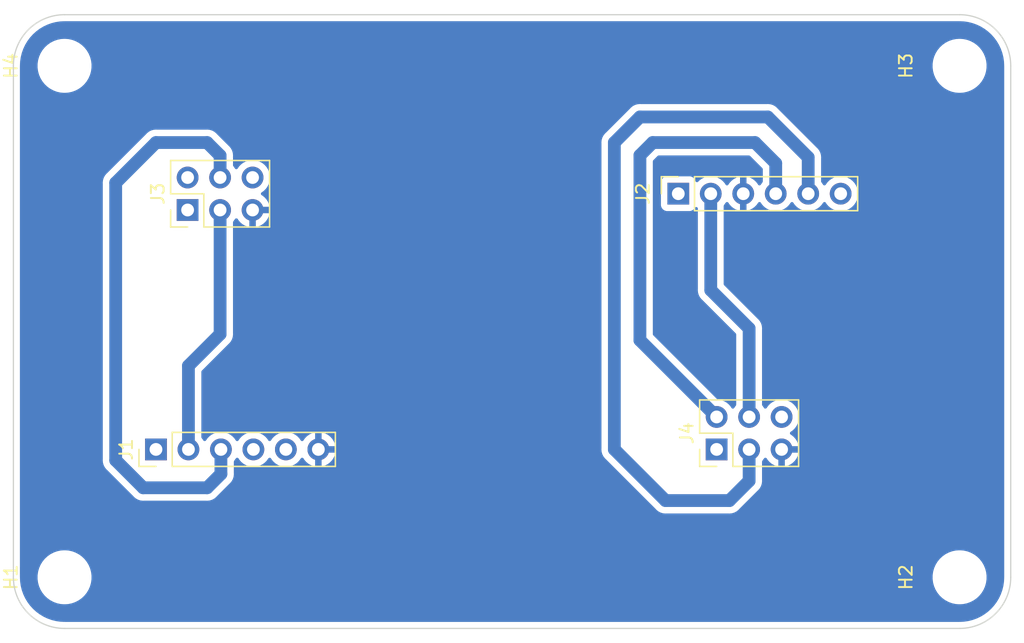
<source format=kicad_pcb>
(kicad_pcb (version 20211014) (generator pcbnew)
  (title_block (title "Tag-Connect Breakout PCB") (date "2022-02-13") (company "erry Leumas"))
  (layers (0 "F.Cu" signal) (31 "B.Cu" signal) (34 "B.Paste" user) (35 "F.Paste" user) (36 "B.SilkS" user "B.Silkscreen") (37 "F.SilkS" user "F.Silkscreen") (38 "B.Mask" user) (39 "F.Mask" user) (44 "Edge.Cuts" user))
  (net 0 "")
  (net 2 "/RXI")
  (net 3 "/TXI")
  (net 6 "GND")
  (net 8 "/CLK")
  (net 9 "/DIO")
  (net 10 "/NRST")
  (footprint "MountingHole:MountingHole_3.2mm_M3" (layer "F.Cu") (at 105 70 90)
    (fp_text reference "H4" (at 0 -4.2 90) (layer "F.SilkS"))
    (fp_text value "MountingHole")
    (pad "" np_thru_hole circle (at 0 0 90) (size 3.2 3.2) (drill 3.2) (layers *.Cu *.Mask))
  )
  (footprint "MountingHole:MountingHole_3.2mm_M3" (layer "F.Cu") (at 175 70 90)
    (fp_text reference "H3" (at 0 -4.2 90) (layer "F.SilkS"))
    (fp_text value "MountingHole")
    (pad "" np_thru_hole circle (at 0 0 90) (size 3.2 3.2) (drill 3.2) (layers *.Cu *.Mask))
  )
  (footprint "Connector_PinHeader_2.54mm:PinHeader_2x03_P2.54mm_Vertical" (layer "F.Cu") (at 114.625 81.275 90)
    (fp_text reference "J3" (at 1.27 -2.33 90) (layer "F.SilkS"))
    (fp_text value "TC2030-IDC-NL")
    (fp_line (start -1.33 6.41) (end 3.87 6.41) (layer "F.SilkS") (width 0.12))
    (fp_line (start -1.33 0) (end -1.33 -1.33) (layer "F.SilkS") (width 0.12))
    (fp_line (start 3.87 -1.33) (end 3.87 6.41) (layer "F.SilkS") (width 0.12))
    (fp_line (start -1.33 1.27) (end 1.27 1.27) (layer "F.SilkS") (width 0.12))
    (fp_line (start -1.33 -1.33) (end 0 -1.33) (layer "F.SilkS") (width 0.12))
    (fp_line (start -1.33 1.27) (end -1.33 6.41) (layer "F.SilkS") (width 0.12))
    (fp_line (start 1.27 -1.33) (end 3.87 -1.33) (layer "F.SilkS") (width 0.12))
    (fp_line (start 1.27 1.27) (end 1.27 -1.33) (layer "F.SilkS") (width 0.12))
    (pad "1" thru_hole rect (at 0 0 90) (size 1.7 1.7) (drill 1) (layers *.Cu *.Mask))
    (pad "2" thru_hole oval (at 2.54 0 90) (size 1.7 1.7) (drill 1) (layers *.Cu *.Mask))
    (pad "3" thru_hole oval (at 0 2.54 90) (size 1.7 1.7) (drill 1) (layers *.Cu *.Mask) (net 2 "/RXI"))
    (pad "4" thru_hole oval (at 2.54 2.54 90) (size 1.7 1.7) (drill 1) (layers *.Cu *.Mask) (net 3 "/TXI"))
    (pad "5" thru_hole oval (at 0 5.08 90) (size 1.7 1.7) (drill 1) (layers *.Cu *.Mask) (net 6 "GND"))
    (pad "6" thru_hole oval (at 2.54 5.08 90) (size 1.7 1.7) (drill 1) (layers *.Cu *.Mask))
  )
  (footprint "Connector_PinHeader_2.54mm:PinHeader_1x06_P2.54mm_Vertical" (layer "F.Cu") (at 112.15 100 90)
    (fp_text reference "J1" (at 0 -2.33 90) (layer "F.SilkS"))
    (fp_text value "Conn_01x06_Male")
    (fp_line (start -1.33 1.27) (end -1.33 14.03) (layer "F.SilkS") (width 0.12))
    (fp_line (start -1.33 1.27) (end 1.33 1.27) (layer "F.SilkS") (width 0.12))
    (fp_line (start -1.33 -1.33) (end 0 -1.33) (layer "F.SilkS") (width 0.12))
    (fp_line (start -1.33 14.03) (end 1.33 14.03) (layer "F.SilkS") (width 0.12))
    (fp_line (start 1.33 1.27) (end 1.33 14.03) (layer "F.SilkS") (width 0.12))
    (fp_line (start -1.33 0) (end -1.33 -1.33) (layer "F.SilkS") (width 0.12))
    (pad "1" thru_hole rect (at 0 0 90) (size 1.7 1.7) (drill 1) (layers *.Cu *.Mask))
    (pad "2" thru_hole oval (at 0 2.54 90) (size 1.7 1.7) (drill 1) (layers *.Cu *.Mask) (net 2 "/RXI"))
    (pad "3" thru_hole oval (at 0 5.08 90) (size 1.7 1.7) (drill 1) (layers *.Cu *.Mask) (net 3 "/TXI"))
    (pad "4" thru_hole oval (at 0 7.62 90) (size 1.7 1.7) (drill 1) (layers *.Cu *.Mask))
    (pad "5" thru_hole oval (at 0 10.16 90) (size 1.7 1.7) (drill 1) (layers *.Cu *.Mask))
    (pad "6" thru_hole oval (at 0 12.7 90) (size 1.7 1.7) (drill 1) (layers *.Cu *.Mask) (net 6 "GND"))
  )
  (footprint "Connector_PinSocket_2.54mm:PinSocket_1x06_P2.54mm_Vertical" (layer "F.Cu") (at 153 80 90)
    (fp_text reference "J2" (at 0 -2.77 90) (layer "F.SilkS"))
    (fp_text value "Conn_01x06_Female")
    (fp_line (start 0 -1.33) (end 1.33 -1.33) (layer "F.SilkS") (width 0.12))
    (fp_line (start -1.33 1.27) (end 1.33 1.27) (layer "F.SilkS") (width 0.12))
    (fp_line (start 1.33 1.27) (end 1.33 14.03) (layer "F.SilkS") (width 0.12))
    (fp_line (start 1.33 -1.33) (end 1.33 0) (layer "F.SilkS") (width 0.12))
    (fp_line (start -1.33 1.27) (end -1.33 14.03) (layer "F.SilkS") (width 0.12))
    (fp_line (start -1.33 14.03) (end 1.33 14.03) (layer "F.SilkS") (width 0.12))
    (pad "1" thru_hole rect (at 0 0 90) (size 1.7 1.7) (drill 1) (layers *.Cu *.Mask))
    (pad "2" thru_hole oval (at 0 2.54 90) (size 1.7 1.7) (drill 1) (layers *.Cu *.Mask) (net 8 "/CLK"))
    (pad "3" thru_hole oval (at 0 5.08 90) (size 1.7 1.7) (drill 1) (layers *.Cu *.Mask) (net 6 "GND"))
    (pad "4" thru_hole oval (at 0 7.62 90) (size 1.7 1.7) (drill 1) (layers *.Cu *.Mask) (net 9 "/DIO"))
    (pad "5" thru_hole oval (at 0 10.16 90) (size 1.7 1.7) (drill 1) (layers *.Cu *.Mask) (net 10 "/NRST"))
    (pad "6" thru_hole oval (at 0 12.7 90) (size 1.7 1.7) (drill 1) (layers *.Cu *.Mask))
  )
  (footprint "MountingHole:MountingHole_3.2mm_M3" (layer "F.Cu") (at 175 110 90)
    (fp_text reference "H2" (at 0 -4.2 90) (layer "F.SilkS"))
    (fp_text value "MountingHole")
    (pad "" np_thru_hole circle (at 0 0 90) (size 3.2 3.2) (drill 3.2) (layers *.Cu *.Mask))
  )
  (footprint "Connector_PinHeader_2.54mm:PinHeader_2x03_P2.54mm_Vertical" (layer "F.Cu") (at 156 100 90)
    (fp_text reference "J4" (at 1.27 -2.33 90) (layer "F.SilkS"))
    (fp_text value "TC2030-IDC-NL")
    (fp_line (start -1.33 0) (end -1.33 -1.33) (layer "F.SilkS") (width 0.12))
    (fp_line (start 1.27 -1.33) (end 3.87 -1.33) (layer "F.SilkS") (width 0.12))
    (fp_line (start -1.33 -1.33) (end 0 -1.33) (layer "F.SilkS") (width 0.12))
    (fp_line (start 3.87 -1.33) (end 3.87 6.41) (layer "F.SilkS") (width 0.12))
    (fp_line (start -1.33 6.41) (end 3.87 6.41) (layer "F.SilkS") (width 0.12))
    (fp_line (start -1.33 1.27) (end -1.33 6.41) (layer "F.SilkS") (width 0.12))
    (fp_line (start 1.27 1.27) (end 1.27 -1.33) (layer "F.SilkS") (width 0.12))
    (fp_line (start -1.33 1.27) (end 1.27 1.27) (layer "F.SilkS") (width 0.12))
    (pad "1" thru_hole rect (at 0 0 90) (size 1.7 1.7) (drill 1) (layers *.Cu *.Mask))
    (pad "2" thru_hole oval (at 2.54 0 90) (size 1.7 1.7) (drill 1) (layers *.Cu *.Mask) (net 9 "/DIO"))
    (pad "3" thru_hole oval (at 0 2.54 90) (size 1.7 1.7) (drill 1) (layers *.Cu *.Mask) (net 10 "/NRST"))
    (pad "4" thru_hole oval (at 2.54 2.54 90) (size 1.7 1.7) (drill 1) (layers *.Cu *.Mask) (net 8 "/CLK"))
    (pad "5" thru_hole oval (at 0 5.08 90) (size 1.7 1.7) (drill 1) (layers *.Cu *.Mask) (net 6 "GND"))
    (pad "6" thru_hole oval (at 2.54 5.08 90) (size 1.7 1.7) (drill 1) (layers *.Cu *.Mask))
  )
  (footprint "MountingHole:MountingHole_3.2mm_M3" (layer "F.Cu") (at 105 110 90)
    (fp_text reference "H1" (at 0 -4.2 90) (layer "F.SilkS"))
    (fp_text value "MountingHole")
    (pad "" np_thru_hole circle (at 0 0 90) (size 3.2 3.2) (drill 3.2) (layers *.Cu *.Mask))
  )
  (gr_line (start 105 114) (end 175 114) (layer "Edge.Cuts") (width 0.1))
  (gr_line (start 179 110) (end 179 70) (layer "Edge.Cuts") (width 0.1))
  (gr_arc (start 179 110) (mid 177.828427 112.828427) (end 175 114) (layer "Edge.Cuts") (width 0.1))
  (gr_arc (start 105 114) (mid 102.171573 112.828427) (end 101 110) (layer "Edge.Cuts") (width 0.1))
  (gr_line (start 175 66) (end 105 66) (layer "Edge.Cuts") (width 0.1))
  (gr_arc (start 101 70) (mid 102.171573 67.171573) (end 105 66) (layer "Edge.Cuts") (width 0.1))
  (gr_line (start 101 70) (end 101 110) (layer "Edge.Cuts") (width 0.1))
  (gr_arc (start 175 66) (mid 177.828427 67.171573) (end 179 70) (layer "Edge.Cuts") (width 0.1))
  (segment (start 117.165 90.985) (end 114.69 93.46) (width 1) (layer "B.Cu") (net 2))
  (segment (start 114.69 93.46) (end 114.69 100) (width 1) (layer "B.Cu") (net 2))
  (segment (start 117.165 81.275) (end 117.165 90.985) (width 1) (layer "B.Cu") (net 2))
  (segment (start 109 79.15) (end 112.15 76) (width 1) (layer "B.Cu") (net 3))
  (segment (start 116.15 103) (end 111.15 103) (width 1) (layer "B.Cu") (net 3))
  (segment (start 117.165 77.015) (end 117.165 78.735) (width 1) (layer "B.Cu") (net 3))
  (segment (start 117.23 100) (end 117.23 101.92) (width 1) (layer "B.Cu") (net 3))
  (segment (start 112.15 76) (end 116.15 76) (width 1) (layer "B.Cu") (net 3))
  (segment (start 111.15 103) (end 109 100.85) (width 1) (layer "B.Cu") (net 3))
  (segment (start 117.23 101.92) (end 116.15 103) (width 1) (layer "B.Cu") (net 3))
  (segment (start 116.15 76) (end 117.165 77.015) (width 1) (layer "B.Cu") (net 3))
  (segment (start 109 100.85) (end 109 79.15) (width 1) (layer "B.Cu") (net 3))
  (segment (start 158.54 97.46) (end 158.54 90.54) (width 1) (layer "B.Cu") (net 8))
  (segment (start 155.54 87.54) (end 155.54 80) (width 1) (layer "B.Cu") (net 8))
  (segment (start 158.54 90.54) (end 155.54 87.54) (width 1) (layer "B.Cu") (net 8))
  (segment (start 151 76) (end 150 77) (width 1) (layer "B.Cu") (net 9))
  (segment (start 150 91.46) (end 156 97.46) (width 1) (layer "B.Cu") (net 9))
  (segment (start 160.62 80) (end 160.62 77.62) (width 1) (layer "B.Cu") (net 9))
  (segment (start 160.62 77.62) (end 159 76) (width 1) (layer "B.Cu") (net 9))
  (segment (start 159 76) (end 151 76) (width 1) (layer "B.Cu") (net 9))
  (segment (start 150 77) (end 150 91.46) (width 1) (layer "B.Cu") (net 9))
  (segment (start 163.16 77.16) (end 160 74) (width 1) (layer "B.Cu") (net 10))
  (segment (start 157 104) (end 158.54 102.46) (width 1) (layer "B.Cu") (net 10))
  (segment (start 148 76) (end 148 100) (width 1) (layer "B.Cu") (net 10))
  (segment (start 148 100) (end 152 104) (width 1) (layer "B.Cu") (net 10))
  (segment (start 158.54 102.46) (end 158.54 100) (width 1) (layer "B.Cu") (net 10))
  (segment (start 152 104) (end 157 104) (width 1) (layer "B.Cu") (net 10))
  (segment (start 150 74) (end 148 76) (width 1) (layer "B.Cu") (net 10))
  (segment (start 163.16 80) (end 163.16 77.16) (width 1) (layer "B.Cu") (net 10))
  (segment (start 160 74) (end 150 74) (width 1) (layer "B.Cu") (net 10))
  (zone (net 6) (net_name "GND") (layer "B.Cu") (connect_pads (clearance 0.508)) (min_thickness 0.254) (fill yes (thermal_gap 0.508) (thermal_bridge_width 0.508))
    (polygon (pts (xy 180 65) (xy 180 115) (xy 100 115) (xy 100 65)))
  )
)
</source>
